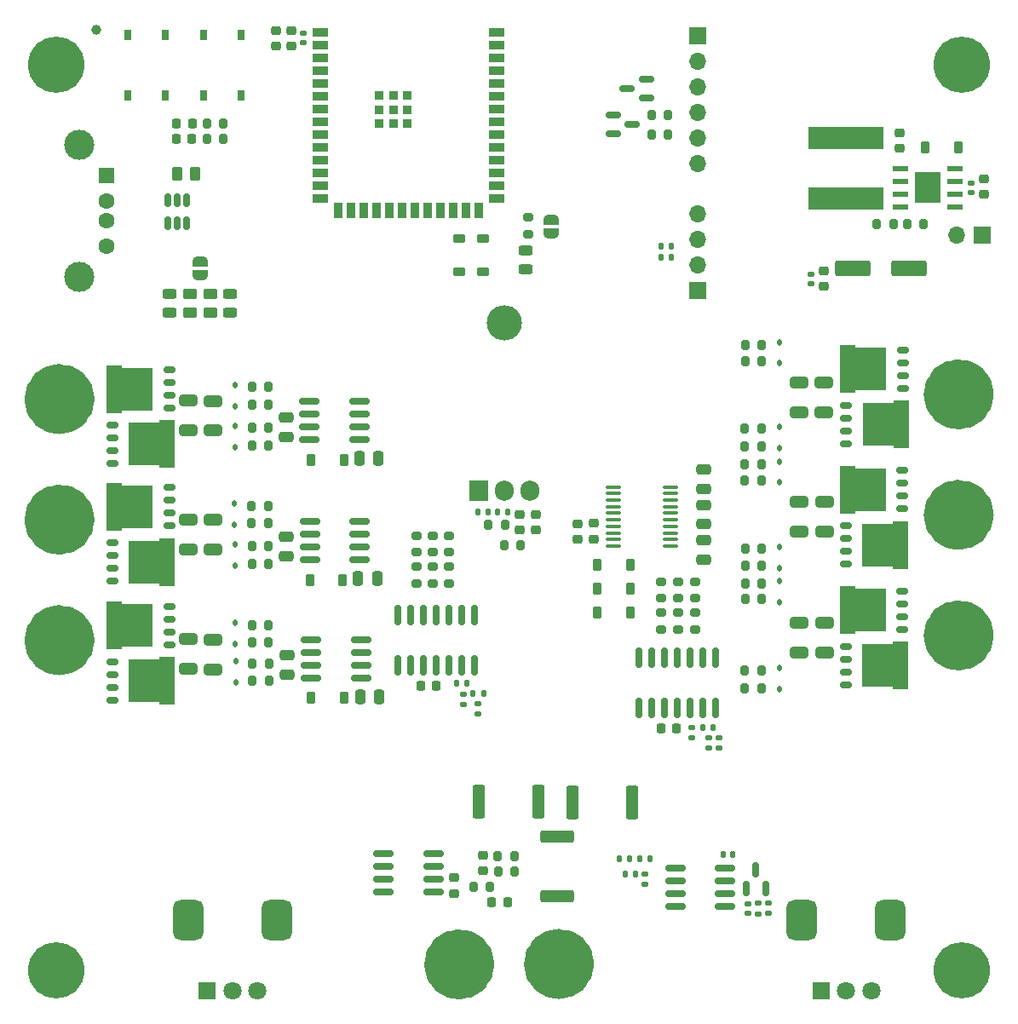
<source format=gbr>
%TF.GenerationSoftware,KiCad,Pcbnew,7.0.1*%
%TF.CreationDate,2023-07-30T21:13:22+03:00*%
%TF.ProjectId,ESP32_dual_ESC,45535033-325f-4647-9561-6c5f4553432e,rev?*%
%TF.SameCoordinates,Original*%
%TF.FileFunction,Soldermask,Top*%
%TF.FilePolarity,Negative*%
%FSLAX46Y46*%
G04 Gerber Fmt 4.6, Leading zero omitted, Abs format (unit mm)*
G04 Created by KiCad (PCBNEW 7.0.1) date 2023-07-30 21:13:22*
%MOMM*%
%LPD*%
G01*
G04 APERTURE LIST*
G04 Aperture macros list*
%AMRoundRect*
0 Rectangle with rounded corners*
0 $1 Rounding radius*
0 $2 $3 $4 $5 $6 $7 $8 $9 X,Y pos of 4 corners*
0 Add a 4 corners polygon primitive as box body*
4,1,4,$2,$3,$4,$5,$6,$7,$8,$9,$2,$3,0*
0 Add four circle primitives for the rounded corners*
1,1,$1+$1,$2,$3*
1,1,$1+$1,$4,$5*
1,1,$1+$1,$6,$7*
1,1,$1+$1,$8,$9*
0 Add four rect primitives between the rounded corners*
20,1,$1+$1,$2,$3,$4,$5,0*
20,1,$1+$1,$4,$5,$6,$7,0*
20,1,$1+$1,$6,$7,$8,$9,0*
20,1,$1+$1,$8,$9,$2,$3,0*%
%AMFreePoly0*
4,1,19,0.500000,-0.750000,0.000000,-0.750000,0.000000,-0.744911,-0.071157,-0.744911,-0.207708,-0.704816,-0.327430,-0.627875,-0.420627,-0.520320,-0.479746,-0.390866,-0.500000,-0.250000,-0.500000,0.250000,-0.479746,0.390866,-0.420627,0.520320,-0.327430,0.627875,-0.207708,0.704816,-0.071157,0.744911,0.000000,0.744911,0.000000,0.750000,0.500000,0.750000,0.500000,-0.750000,0.500000,-0.750000,
$1*%
%AMFreePoly1*
4,1,19,0.000000,0.744911,0.071157,0.744911,0.207708,0.704816,0.327430,0.627875,0.420627,0.520320,0.479746,0.390866,0.500000,0.250000,0.500000,-0.250000,0.479746,-0.390866,0.420627,-0.520320,0.327430,-0.627875,0.207708,-0.704816,0.071157,-0.744911,0.000000,-0.744911,0.000000,-0.750000,-0.500000,-0.750000,-0.500000,0.750000,0.000000,0.750000,0.000000,0.744911,0.000000,0.744911,
$1*%
G04 Aperture macros list end*
%ADD10C,3.500500*%
%ADD11RoundRect,0.250000X0.250000X0.475000X-0.250000X0.475000X-0.250000X-0.475000X0.250000X-0.475000X0*%
%ADD12RoundRect,0.200000X-0.200000X-0.275000X0.200000X-0.275000X0.200000X0.275000X-0.200000X0.275000X0*%
%ADD13RoundRect,0.140000X-0.170000X0.140000X-0.170000X-0.140000X0.170000X-0.140000X0.170000X0.140000X0*%
%ADD14RoundRect,0.243750X-0.456250X0.243750X-0.456250X-0.243750X0.456250X-0.243750X0.456250X0.243750X0*%
%ADD15RoundRect,0.250000X0.475000X-0.250000X0.475000X0.250000X-0.475000X0.250000X-0.475000X-0.250000X0*%
%ADD16RoundRect,0.135000X0.185000X-0.135000X0.185000X0.135000X-0.185000X0.135000X-0.185000X-0.135000X0*%
%ADD17R,1.700000X1.700000*%
%ADD18O,1.700000X1.700000*%
%ADD19R,1.905000X2.000000*%
%ADD20O,1.905000X2.000000*%
%ADD21RoundRect,0.200000X0.275000X-0.200000X0.275000X0.200000X-0.275000X0.200000X-0.275000X-0.200000X0*%
%ADD22C,2.900000*%
%ADD23C,5.000000*%
%ADD24RoundRect,0.200000X0.200000X0.275000X-0.200000X0.275000X-0.200000X-0.275000X0.200000X-0.275000X0*%
%ADD25RoundRect,0.100000X-0.637500X-0.100000X0.637500X-0.100000X0.637500X0.100000X-0.637500X0.100000X0*%
%ADD26RoundRect,0.225000X0.250000X-0.225000X0.250000X0.225000X-0.250000X0.225000X-0.250000X-0.225000X0*%
%ADD27RoundRect,0.112500X0.112500X-0.187500X0.112500X0.187500X-0.112500X0.187500X-0.112500X-0.187500X0*%
%ADD28RoundRect,0.225000X0.225000X0.375000X-0.225000X0.375000X-0.225000X-0.375000X0.225000X-0.375000X0*%
%ADD29RoundRect,0.225000X-0.250000X0.225000X-0.250000X-0.225000X0.250000X-0.225000X0.250000X0.225000X0*%
%ADD30RoundRect,0.250000X-0.475000X0.250000X-0.475000X-0.250000X0.475000X-0.250000X0.475000X0.250000X0*%
%ADD31RoundRect,0.150000X0.150000X-0.587500X0.150000X0.587500X-0.150000X0.587500X-0.150000X-0.587500X0*%
%ADD32RoundRect,0.140000X0.170000X-0.140000X0.170000X0.140000X-0.170000X0.140000X-0.170000X-0.140000X0*%
%ADD33C,3.600000*%
%ADD34C,5.600000*%
%ADD35RoundRect,0.218750X0.218750X0.256250X-0.218750X0.256250X-0.218750X-0.256250X0.218750X-0.256250X0*%
%ADD36RoundRect,0.250000X-0.650000X0.325000X-0.650000X-0.325000X0.650000X-0.325000X0.650000X0.325000X0*%
%ADD37R,1.510000X4.710000*%
%ADD38R,3.100000X4.210000*%
%ADD39RoundRect,0.175000X-0.400000X0.175000X-0.400000X-0.175000X0.400000X-0.175000X0.400000X0.175000X0*%
%ADD40FreePoly0,270.000000*%
%ADD41FreePoly1,270.000000*%
%ADD42RoundRect,0.250000X-0.362500X-1.425000X0.362500X-1.425000X0.362500X1.425000X-0.362500X1.425000X0*%
%ADD43RoundRect,0.175000X0.400000X-0.175000X0.400000X0.175000X-0.400000X0.175000X-0.400000X-0.175000X0*%
%ADD44RoundRect,0.225000X-0.225000X-0.250000X0.225000X-0.250000X0.225000X0.250000X-0.225000X0.250000X0*%
%ADD45RoundRect,0.112500X-0.112500X0.187500X-0.112500X-0.187500X0.112500X-0.187500X0.112500X0.187500X0*%
%ADD46RoundRect,0.250000X0.450000X-0.262500X0.450000X0.262500X-0.450000X0.262500X-0.450000X-0.262500X0*%
%ADD47RoundRect,0.225000X-0.225000X-0.375000X0.225000X-0.375000X0.225000X0.375000X-0.225000X0.375000X0*%
%ADD48RoundRect,0.135000X0.135000X0.185000X-0.135000X0.185000X-0.135000X-0.185000X0.135000X-0.185000X0*%
%ADD49R,1.800000X1.800000*%
%ADD50C,1.800000*%
%ADD51RoundRect,0.750000X0.750000X-1.250000X0.750000X1.250000X-0.750000X1.250000X-0.750000X-1.250000X0*%
%ADD52RoundRect,0.250000X-1.500000X-0.550000X1.500000X-0.550000X1.500000X0.550000X-1.500000X0.550000X0*%
%ADD53RoundRect,0.250000X0.362500X1.425000X-0.362500X1.425000X-0.362500X-1.425000X0.362500X-1.425000X0*%
%ADD54O,3.500000X3.500000*%
%ADD55R,1.500000X1.600000*%
%ADD56C,1.600000*%
%ADD57C,3.000000*%
%ADD58R,1.550000X0.600000*%
%ADD59R,2.600000X3.100000*%
%ADD60RoundRect,0.135000X-0.185000X0.135000X-0.185000X-0.135000X0.185000X-0.135000X0.185000X0.135000X0*%
%ADD61R,0.700000X1.000000*%
%ADD62RoundRect,0.135000X-0.135000X-0.185000X0.135000X-0.185000X0.135000X0.185000X-0.135000X0.185000X0*%
%ADD63RoundRect,0.140000X0.140000X0.170000X-0.140000X0.170000X-0.140000X-0.170000X0.140000X-0.170000X0*%
%ADD64RoundRect,0.150000X0.825000X0.150000X-0.825000X0.150000X-0.825000X-0.150000X0.825000X-0.150000X0*%
%ADD65RoundRect,0.243750X0.456250X-0.243750X0.456250X0.243750X-0.456250X0.243750X-0.456250X-0.243750X0*%
%ADD66RoundRect,0.250000X0.650000X-0.325000X0.650000X0.325000X-0.650000X0.325000X-0.650000X-0.325000X0*%
%ADD67RoundRect,0.200000X-0.275000X0.200000X-0.275000X-0.200000X0.275000X-0.200000X0.275000X0.200000X0*%
%ADD68RoundRect,0.150000X-0.825000X-0.150000X0.825000X-0.150000X0.825000X0.150000X-0.825000X0.150000X0*%
%ADD69RoundRect,0.225000X0.225000X0.250000X-0.225000X0.250000X-0.225000X-0.250000X0.225000X-0.250000X0*%
%ADD70C,1.000000*%
%ADD71RoundRect,0.150000X0.150000X-0.512500X0.150000X0.512500X-0.150000X0.512500X-0.150000X-0.512500X0*%
%ADD72RoundRect,0.250000X0.262500X0.450000X-0.262500X0.450000X-0.262500X-0.450000X0.262500X-0.450000X0*%
%ADD73RoundRect,0.150000X0.150000X-0.825000X0.150000X0.825000X-0.150000X0.825000X-0.150000X-0.825000X0*%
%ADD74RoundRect,0.150000X-0.587500X-0.150000X0.587500X-0.150000X0.587500X0.150000X-0.587500X0.150000X0*%
%ADD75RoundRect,0.225000X-0.375000X0.225000X-0.375000X-0.225000X0.375000X-0.225000X0.375000X0.225000X0*%
%ADD76RoundRect,0.150000X0.587500X0.150000X-0.587500X0.150000X-0.587500X-0.150000X0.587500X-0.150000X0*%
%ADD77R,7.500000X2.200000*%
%ADD78RoundRect,0.250000X-1.425000X0.362500X-1.425000X-0.362500X1.425000X-0.362500X1.425000X0.362500X0*%
%ADD79FreePoly0,90.000000*%
%ADD80FreePoly1,90.000000*%
%ADD81R,1.500000X0.900000*%
%ADD82R,0.900000X1.500000*%
%ADD83R,0.900000X0.900000*%
G04 APERTURE END LIST*
D10*
X146450250Y-99720000D02*
G75*
G03*
X146450250Y-99720000I-1750250J0D01*
G01*
X146450250Y-87740000D02*
G75*
G03*
X146450250Y-87740000I-1750250J0D01*
G01*
X96810250Y-144390000D02*
G75*
G03*
X96810250Y-144390000I-1750250J0D01*
G01*
X106720250Y-144350000D02*
G75*
G03*
X106720250Y-144350000I-1750250J0D01*
G01*
X57078871Y-100195000D02*
G75*
G03*
X57078871Y-100195000I-1750250J0D01*
G01*
X57078871Y-88215000D02*
G75*
G03*
X57078871Y-88215000I-1750250J0D01*
G01*
X146450250Y-111700000D02*
G75*
G03*
X146450250Y-111700000I-1750250J0D01*
G01*
X57078871Y-112175000D02*
G75*
G03*
X57078871Y-112175000I-1750250J0D01*
G01*
D11*
%TO.C,C1*%
X87100000Y-117800000D03*
X85200000Y-117800000D03*
%TD*%
%TO.C,C5*%
X87050000Y-94130000D03*
X85150000Y-94130000D03*
%TD*%
D12*
%TO.C,R68*%
X139575000Y-70800000D03*
X141225000Y-70800000D03*
%TD*%
D13*
%TO.C,C9*%
X79600000Y-51860000D03*
X79600000Y-52820000D03*
%TD*%
D12*
%TO.C,R30*%
X123475000Y-84432500D03*
X125125000Y-84432500D03*
%TD*%
D14*
%TO.C,D25*%
X101640000Y-73432500D03*
X101640000Y-75307500D03*
%TD*%
D15*
%TO.C,C2*%
X77970000Y-115590000D03*
X77970000Y-113690000D03*
%TD*%
D16*
%TO.C,R67*%
X113530000Y-136400000D03*
X113530000Y-135380000D03*
%TD*%
D17*
%TO.C,J7*%
X118720000Y-52100000D03*
D18*
X118720000Y-54640000D03*
X118720000Y-57180000D03*
X118720000Y-59720000D03*
X118720000Y-62260000D03*
X118720000Y-64800000D03*
%TD*%
D19*
%TO.C,U8*%
X96980000Y-97280000D03*
D20*
X99520000Y-97280000D03*
X102060000Y-97280000D03*
%TD*%
D21*
%TO.C,R52*%
X116845000Y-111092500D03*
X116845000Y-109442500D03*
%TD*%
D22*
%TO.C,J11*%
X144688621Y-87755000D03*
D23*
X144688621Y-87755000D03*
%TD*%
D12*
%TO.C,R39*%
X123435000Y-115180000D03*
X125085000Y-115180000D03*
%TD*%
D24*
%TO.C,R5*%
X76105000Y-110660000D03*
X74455000Y-110660000D03*
%TD*%
D11*
%TO.C,C3*%
X86910000Y-106020000D03*
X85010000Y-106020000D03*
%TD*%
D25*
%TO.C,U11*%
X110367500Y-96965000D03*
X110367500Y-97615000D03*
X110367500Y-98265000D03*
X110367500Y-98915000D03*
X110367500Y-99565000D03*
X110367500Y-100215000D03*
X110367500Y-100865000D03*
X110367500Y-101515000D03*
X110367500Y-102165000D03*
X110367500Y-102815000D03*
X116092500Y-102815000D03*
X116092500Y-102165000D03*
X116092500Y-101515000D03*
X116092500Y-100865000D03*
X116092500Y-100215000D03*
X116092500Y-99565000D03*
X116092500Y-98915000D03*
X116092500Y-98265000D03*
X116092500Y-97615000D03*
X116092500Y-96965000D03*
%TD*%
D21*
%TO.C,R47*%
X115145000Y-108017500D03*
X115145000Y-106367500D03*
%TD*%
D26*
%TO.C,C11*%
X78340000Y-53155000D03*
X78340000Y-51605000D03*
%TD*%
D12*
%TO.C,R59*%
X74465000Y-112390000D03*
X76115000Y-112390000D03*
%TD*%
D27*
%TO.C,D9*%
X126910000Y-84660000D03*
X126910000Y-82560000D03*
%TD*%
D28*
%TO.C,D12*%
X112087500Y-107050000D03*
X108787500Y-107050000D03*
%TD*%
D21*
%TO.C,R53*%
X118525000Y-111102500D03*
X118525000Y-109452500D03*
%TD*%
D29*
%TO.C,C28*%
X131280000Y-75465000D03*
X131280000Y-77015000D03*
%TD*%
D12*
%TO.C,R31*%
X123435000Y-91170000D03*
X125085000Y-91170000D03*
%TD*%
D30*
%TO.C,C15*%
X119340000Y-98730000D03*
X119340000Y-100630000D03*
%TD*%
D31*
%TO.C,U9*%
X123600000Y-136870000D03*
X125500000Y-136870000D03*
X124550000Y-134995000D03*
%TD*%
D32*
%TO.C,C13*%
X123780000Y-139320000D03*
X123780000Y-138360000D03*
%TD*%
D12*
%TO.C,R45*%
X123435000Y-92900000D03*
X125085000Y-92900000D03*
%TD*%
D33*
%TO.C,H3*%
X145000000Y-145000000D03*
D34*
X145000000Y-145000000D03*
%TD*%
D29*
%TO.C,C29*%
X102650000Y-99705000D03*
X102650000Y-101255000D03*
%TD*%
D21*
%TO.C,R48*%
X116840000Y-108020000D03*
X116840000Y-106370000D03*
%TD*%
D35*
%TO.C,D6*%
X99837500Y-138230000D03*
X98262500Y-138230000D03*
%TD*%
D36*
%TO.C,C70*%
X131370000Y-110480000D03*
X131370000Y-113430000D03*
%TD*%
D29*
%TO.C,C26*%
X147240000Y-66350000D03*
X147240000Y-67900000D03*
%TD*%
D37*
%TO.C,Q8*%
X138958621Y-90755000D03*
D38*
X136672621Y-90755000D03*
D39*
X133508621Y-88855000D03*
X133508621Y-90125000D03*
X133508621Y-91395000D03*
X133508621Y-92665000D03*
%TD*%
D40*
%TO.C,JP1*%
X69290000Y-74580000D03*
D41*
X69290000Y-75880000D03*
%TD*%
D21*
%TO.C,R49*%
X118520000Y-108030000D03*
X118520000Y-106380000D03*
%TD*%
D42*
%TO.C,R41*%
X106337500Y-128320000D03*
X112262500Y-128320000D03*
%TD*%
D37*
%TO.C,Q6*%
X60798621Y-87205000D03*
D38*
X63084621Y-87205000D03*
D43*
X66248621Y-89105000D03*
X66248621Y-87835000D03*
X66248621Y-86565000D03*
X66248621Y-85295000D03*
%TD*%
D44*
%TO.C,C21*%
X91205000Y-116720000D03*
X92755000Y-116720000D03*
%TD*%
D45*
%TO.C,D18*%
X72760000Y-102660000D03*
X72760000Y-104760000D03*
%TD*%
D24*
%TO.C,R42*%
X76165000Y-114470000D03*
X74515000Y-114470000D03*
%TD*%
%TO.C,R27*%
X138200000Y-70810000D03*
X136550000Y-70810000D03*
%TD*%
D46*
%TO.C,R22*%
X68320000Y-79627500D03*
X68320000Y-77802500D03*
%TD*%
D27*
%TO.C,D19*%
X72720000Y-100730000D03*
X72720000Y-98630000D03*
%TD*%
D37*
%TO.C,Q1*%
X66018621Y-116205000D03*
D38*
X63732621Y-116205000D03*
D39*
X60568621Y-114305000D03*
X60568621Y-115575000D03*
X60568621Y-116845000D03*
X60568621Y-118115000D03*
%TD*%
D12*
%TO.C,R61*%
X74430000Y-100570000D03*
X76080000Y-100570000D03*
%TD*%
%TO.C,R54*%
X123485000Y-106552500D03*
X125135000Y-106552500D03*
%TD*%
D24*
%TO.C,R7*%
X76090000Y-102840000D03*
X74440000Y-102840000D03*
%TD*%
D27*
%TO.C,D21*%
X72770000Y-88910000D03*
X72770000Y-86810000D03*
%TD*%
D37*
%TO.C,Q5*%
X66018621Y-92705000D03*
D38*
X63732621Y-92705000D03*
D39*
X60568621Y-90805000D03*
X60568621Y-92075000D03*
X60568621Y-93345000D03*
X60568621Y-94615000D03*
%TD*%
D17*
%TO.C,J4*%
X147010000Y-71910000D03*
D18*
X144470000Y-71910000D03*
%TD*%
D17*
%TO.C,J10*%
X118760000Y-77420000D03*
D18*
X118760000Y-74880000D03*
X118760000Y-72340000D03*
X118760000Y-69800000D03*
%TD*%
D47*
%TO.C,D3*%
X80310000Y-94290000D03*
X83610000Y-94290000D03*
%TD*%
D37*
%TO.C,Q2*%
X60798621Y-110705000D03*
D38*
X63084621Y-110705000D03*
D43*
X66248621Y-112605000D03*
X66248621Y-111335000D03*
X66248621Y-110065000D03*
X66248621Y-108795000D03*
%TD*%
D48*
%TO.C,R6*%
X97470000Y-117510000D03*
X96450000Y-117510000D03*
%TD*%
D49*
%TO.C,RV2*%
X131000000Y-147000000D03*
D50*
X133500000Y-147000000D03*
X136000000Y-147000000D03*
D51*
X129100000Y-140000000D03*
X137900000Y-140000000D03*
%TD*%
D33*
%TO.C,H2*%
X145000000Y-55000000D03*
D34*
X145000000Y-55000000D03*
%TD*%
D24*
%TO.C,R12*%
X76105000Y-91070000D03*
X74455000Y-91070000D03*
%TD*%
D28*
%TO.C,D23*%
X144650000Y-63170000D03*
X141350000Y-63170000D03*
%TD*%
D24*
%TO.C,R36*%
X71615000Y-62390000D03*
X69965000Y-62390000D03*
%TD*%
D28*
%TO.C,D13*%
X112062500Y-109470000D03*
X108762500Y-109470000D03*
%TD*%
D27*
%TO.C,D8*%
X126880000Y-96510000D03*
X126880000Y-94410000D03*
%TD*%
D52*
%TO.C,C23*%
X134190000Y-75260000D03*
X139790000Y-75260000D03*
%TD*%
D53*
%TO.C,R3*%
X102962500Y-128260000D03*
X97037500Y-128260000D03*
%TD*%
D54*
%TO.C,*%
X99530000Y-80620000D03*
%TD*%
D24*
%TO.C,R8*%
X76075000Y-98820000D03*
X74425000Y-98820000D03*
%TD*%
D27*
%TO.C,D7*%
X126920000Y-108372500D03*
X126920000Y-106272500D03*
%TD*%
D55*
%TO.C,J5*%
X60000000Y-66000000D03*
D56*
X60000000Y-68500000D03*
X60000000Y-70500000D03*
X60000000Y-73000000D03*
D57*
X57290000Y-62930000D03*
X57290000Y-76070000D03*
%TD*%
D21*
%TO.C,R51*%
X115150000Y-111090000D03*
X115150000Y-109440000D03*
%TD*%
D37*
%TO.C,Q7*%
X133688621Y-85255000D03*
D38*
X135974621Y-85255000D03*
D43*
X139138621Y-87155000D03*
X139138621Y-85885000D03*
X139138621Y-84615000D03*
X139138621Y-83345000D03*
%TD*%
D58*
%TO.C,U5*%
X138920000Y-65290000D03*
X138920000Y-66560000D03*
X138920000Y-67830000D03*
X138920000Y-69100000D03*
X144320000Y-69100000D03*
X144320000Y-67830000D03*
X144320000Y-66560000D03*
X144320000Y-65290000D03*
D59*
X141620000Y-67195000D03*
%TD*%
D60*
%TO.C,R4*%
X96950000Y-118470000D03*
X96950000Y-119490000D03*
%TD*%
D24*
%TO.C,R16*%
X76105000Y-86990000D03*
X74455000Y-86990000D03*
%TD*%
D36*
%TO.C,C67*%
X128850000Y-86560000D03*
X128850000Y-89510000D03*
%TD*%
D32*
%TO.C,C27*%
X130040000Y-76735000D03*
X130040000Y-75775000D03*
%TD*%
D36*
%TO.C,C71*%
X128830000Y-110455000D03*
X128830000Y-113405000D03*
%TD*%
D60*
%TO.C,R25*%
X118180000Y-120850000D03*
X118180000Y-121870000D03*
%TD*%
D61*
%TO.C,SW1*%
X62150000Y-58000000D03*
X62150000Y-52000000D03*
X65850000Y-58000000D03*
X65850000Y-52000000D03*
%TD*%
D36*
%TO.C,C69*%
X128830000Y-98415000D03*
X128830000Y-101365000D03*
%TD*%
D12*
%TO.C,R55*%
X123435000Y-116940000D03*
X125085000Y-116940000D03*
%TD*%
D15*
%TO.C,C6*%
X77880000Y-91970000D03*
X77880000Y-90070000D03*
%TD*%
D62*
%TO.C,R64*%
X110970000Y-133900000D03*
X111990000Y-133900000D03*
%TD*%
D63*
%TO.C,C78*%
X122250000Y-133480000D03*
X121290000Y-133480000D03*
%TD*%
D64*
%TO.C,U3*%
X85149975Y-104165000D03*
X85149975Y-102895000D03*
X85149975Y-101625000D03*
X85149975Y-100355000D03*
X80199975Y-100355000D03*
X80199975Y-101625000D03*
X80199975Y-102895000D03*
X80199975Y-104165000D03*
%TD*%
D62*
%TO.C,R66*%
X111540000Y-135400000D03*
X112560000Y-135400000D03*
%TD*%
D15*
%TO.C,C4*%
X77840000Y-103820000D03*
X77840000Y-101920000D03*
%TD*%
D12*
%TO.C,R50*%
X123465000Y-104792500D03*
X125115000Y-104792500D03*
%TD*%
%TO.C,R29*%
X123435000Y-96342500D03*
X125085000Y-96342500D03*
%TD*%
D36*
%TO.C,C68*%
X131370000Y-98440000D03*
X131370000Y-101390000D03*
%TD*%
D37*
%TO.C,Q3*%
X66018621Y-104405000D03*
D38*
X63732621Y-104405000D03*
D39*
X60568621Y-102505000D03*
X60568621Y-103775000D03*
X60568621Y-105045000D03*
X60568621Y-106315000D03*
%TD*%
D29*
%TO.C,C12*%
X101100000Y-99705000D03*
X101100000Y-101255000D03*
%TD*%
D65*
%TO.C,D4*%
X66285000Y-79660000D03*
X66285000Y-77785000D03*
%TD*%
D61*
%TO.C,SW3*%
X69650000Y-58000000D03*
X69650000Y-52000000D03*
X73350000Y-58000000D03*
X73350000Y-52000000D03*
%TD*%
D65*
%TO.C,D5*%
X72310000Y-79650000D03*
X72310000Y-77775000D03*
%TD*%
D45*
%TO.C,D20*%
X72770000Y-90880000D03*
X72770000Y-92980000D03*
%TD*%
D47*
%TO.C,D1*%
X80340000Y-117920000D03*
X83640000Y-117920000D03*
%TD*%
D62*
%TO.C,R65*%
X113010000Y-133900000D03*
X114030000Y-133900000D03*
%TD*%
D64*
%TO.C,U4*%
X85110000Y-92250000D03*
X85110000Y-90980000D03*
X85110000Y-89710000D03*
X85110000Y-88440000D03*
X80160000Y-88440000D03*
X80160000Y-89710000D03*
X80160000Y-90980000D03*
X80160000Y-92250000D03*
%TD*%
D66*
%TO.C,C75*%
X70550000Y-103175000D03*
X70550000Y-100225000D03*
%TD*%
D29*
%TO.C,C22*%
X106840000Y-100600000D03*
X106840000Y-102150000D03*
%TD*%
%TO.C,C25*%
X97450000Y-133575000D03*
X97450000Y-135125000D03*
%TD*%
D12*
%TO.C,R63*%
X74465000Y-88730000D03*
X76115000Y-88730000D03*
%TD*%
D37*
%TO.C,Q12*%
X138940000Y-114690000D03*
D38*
X136654000Y-114690000D03*
D39*
X133490000Y-112790000D03*
X133490000Y-114060000D03*
X133490000Y-115330000D03*
X133490000Y-116600000D03*
%TD*%
D32*
%TO.C,C24*%
X145960000Y-67690000D03*
X145960000Y-66730000D03*
%TD*%
D12*
%TO.C,R38*%
X69965000Y-60870000D03*
X71615000Y-60870000D03*
%TD*%
D49*
%TO.C,RV1*%
X70000000Y-147000000D03*
D50*
X72500000Y-147000000D03*
X75000000Y-147000000D03*
D51*
X68100000Y-140000000D03*
X76900000Y-140000000D03*
%TD*%
D33*
%TO.C,H1*%
X55000000Y-55000000D03*
D34*
X55000000Y-55000000D03*
%TD*%
D22*
%TO.C,J1*%
X55258621Y-112205000D03*
D23*
X55258621Y-112205000D03*
%TD*%
D37*
%TO.C,Q9*%
X133640000Y-97200000D03*
D38*
X135926000Y-97200000D03*
D43*
X139090000Y-99100000D03*
X139090000Y-97830000D03*
X139090000Y-96560000D03*
X139090000Y-95290000D03*
%TD*%
D30*
%TO.C,C16*%
X119360000Y-102240000D03*
X119360000Y-104140000D03*
%TD*%
D45*
%TO.C,D14*%
X126910000Y-102902500D03*
X126910000Y-105002500D03*
%TD*%
D24*
%TO.C,R71*%
X101185000Y-102740000D03*
X99535000Y-102740000D03*
%TD*%
D47*
%TO.C,D2*%
X80194975Y-106180000D03*
X83494975Y-106180000D03*
%TD*%
D67*
%TO.C,R69*%
X101880000Y-70170000D03*
X101880000Y-71820000D03*
%TD*%
D68*
%TO.C,U12*%
X87535000Y-133425000D03*
X87535000Y-134695000D03*
X87535000Y-135965000D03*
X87535000Y-137235000D03*
X92485000Y-137235000D03*
X92485000Y-135965000D03*
X92485000Y-134695000D03*
X92485000Y-133425000D03*
%TD*%
D16*
%TO.C,R35*%
X124780000Y-139360000D03*
X124780000Y-138340000D03*
%TD*%
D46*
%TO.C,R23*%
X70300000Y-79625000D03*
X70300000Y-77800000D03*
%TD*%
D64*
%TO.C,U2*%
X85290000Y-115910000D03*
X85290000Y-114640000D03*
X85290000Y-113370000D03*
X85290000Y-112100000D03*
X80340000Y-112100000D03*
X80340000Y-113370000D03*
X80340000Y-114640000D03*
X80340000Y-115910000D03*
%TD*%
D21*
%TO.C,R15*%
X90810000Y-106535000D03*
X90810000Y-104885000D03*
%TD*%
D24*
%TO.C,R57*%
X100555000Y-133605000D03*
X98905000Y-133605000D03*
%TD*%
%TO.C,R70*%
X99615000Y-100750000D03*
X97965000Y-100750000D03*
%TD*%
D37*
%TO.C,Q4*%
X60798621Y-98905000D03*
D38*
X63084621Y-98905000D03*
D43*
X66248621Y-100805000D03*
X66248621Y-99535000D03*
X66248621Y-98265000D03*
X66248621Y-96995000D03*
%TD*%
D30*
%TO.C,C19*%
X119340000Y-95240000D03*
X119340000Y-97140000D03*
%TD*%
D22*
%TO.C,J2*%
X55258621Y-100205000D03*
D23*
X55258621Y-100205000D03*
%TD*%
D69*
%TO.C,C17*%
X68525000Y-60850000D03*
X66975000Y-60850000D03*
%TD*%
D48*
%TO.C,R21*%
X99850000Y-99480000D03*
X98830000Y-99480000D03*
%TD*%
D24*
%TO.C,R19*%
X115797500Y-59990000D03*
X114147500Y-59990000D03*
%TD*%
D21*
%TO.C,R14*%
X94040000Y-106535000D03*
X94040000Y-104885000D03*
%TD*%
D22*
%TO.C,J12*%
X144640000Y-99700000D03*
D23*
X144640000Y-99700000D03*
%TD*%
D22*
%TO.C,J13*%
X144670000Y-111690000D03*
D23*
X144670000Y-111690000D03*
%TD*%
D62*
%TO.C,R32*%
X115100000Y-73010000D03*
X116120000Y-73010000D03*
%TD*%
D60*
%TO.C,R1*%
X95470000Y-117550000D03*
X95470000Y-118570000D03*
%TD*%
D66*
%TO.C,C72*%
X68140000Y-91320000D03*
X68140000Y-88370000D03*
%TD*%
D26*
%TO.C,C10*%
X76810000Y-53155000D03*
X76810000Y-51605000D03*
%TD*%
D62*
%TO.C,R33*%
X115090000Y-74120000D03*
X116110000Y-74120000D03*
%TD*%
D12*
%TO.C,R62*%
X74445000Y-92810000D03*
X76095000Y-92810000D03*
%TD*%
D66*
%TO.C,C74*%
X68110000Y-103150000D03*
X68110000Y-100200000D03*
%TD*%
D70*
%TO.C,FID1*%
X59000000Y-51500000D03*
%TD*%
D71*
%TO.C,U7*%
X66060000Y-70697500D03*
X67010000Y-70697500D03*
X67960000Y-70697500D03*
X67960000Y-68422500D03*
X67010000Y-68422500D03*
X66060000Y-68422500D03*
%TD*%
D48*
%TO.C,R44*%
X120320000Y-120880000D03*
X119300000Y-120880000D03*
%TD*%
D72*
%TO.C,FB1*%
X68812500Y-65820000D03*
X66987500Y-65820000D03*
%TD*%
D73*
%TO.C,U1*%
X88965000Y-114665000D03*
X90235000Y-114665000D03*
X91505000Y-114665000D03*
X92775000Y-114665000D03*
X94045000Y-114665000D03*
X95315000Y-114665000D03*
X96585000Y-114665000D03*
X96585000Y-109715000D03*
X95315000Y-109715000D03*
X94045000Y-109715000D03*
X92775000Y-109715000D03*
X91505000Y-109715000D03*
X90235000Y-109715000D03*
X88965000Y-109715000D03*
%TD*%
D74*
%TO.C,Q21*%
X110395000Y-59980000D03*
X110395000Y-61880000D03*
X112270000Y-60930000D03*
%TD*%
D28*
%TO.C,D11*%
X112080000Y-104650000D03*
X108780000Y-104650000D03*
%TD*%
D66*
%TO.C,C76*%
X68140000Y-115040000D03*
X68140000Y-112090000D03*
%TD*%
D73*
%TO.C,U10*%
X112960000Y-118905000D03*
X114230000Y-118905000D03*
X115500000Y-118905000D03*
X116770000Y-118905000D03*
X118040000Y-118905000D03*
X119310000Y-118905000D03*
X120580000Y-118905000D03*
X120580000Y-113955000D03*
X119310000Y-113955000D03*
X118040000Y-113955000D03*
X116770000Y-113955000D03*
X115500000Y-113955000D03*
X114230000Y-113955000D03*
X112960000Y-113955000D03*
%TD*%
D12*
%TO.C,R28*%
X123495000Y-108112500D03*
X125145000Y-108112500D03*
%TD*%
D75*
%TO.C,D24*%
X97450000Y-72250000D03*
X97450000Y-75550000D03*
%TD*%
D12*
%TO.C,R24*%
X96465000Y-136710000D03*
X98115000Y-136710000D03*
%TD*%
D27*
%TO.C,D17*%
X72800000Y-112570000D03*
X72800000Y-110470000D03*
%TD*%
D62*
%TO.C,R20*%
X96900000Y-99480000D03*
X97920000Y-99480000D03*
%TD*%
D44*
%TO.C,C7*%
X115105000Y-120960000D03*
X116655000Y-120960000D03*
%TD*%
D48*
%TO.C,R2*%
X95840000Y-116470000D03*
X94820000Y-116470000D03*
%TD*%
D37*
%TO.C,Q11*%
X133670000Y-109190000D03*
D38*
X135956000Y-109190000D03*
D43*
X139120000Y-111090000D03*
X139120000Y-109820000D03*
X139120000Y-108550000D03*
X139120000Y-107280000D03*
%TD*%
D76*
%TO.C,Q20*%
X113645000Y-58330000D03*
X113645000Y-56430000D03*
X111770000Y-57380000D03*
%TD*%
D24*
%TO.C,R18*%
X115820000Y-61900000D03*
X114170000Y-61900000D03*
%TD*%
D77*
%TO.C,L1*%
X133470000Y-68280000D03*
X133470000Y-62280000D03*
%TD*%
D78*
%TO.C,R56*%
X104780000Y-131710000D03*
X104780000Y-137635000D03*
%TD*%
D21*
%TO.C,R11*%
X90810000Y-103430000D03*
X90810000Y-101780000D03*
%TD*%
D66*
%TO.C,C77*%
X70580000Y-115065000D03*
X70580000Y-112115000D03*
%TD*%
D79*
%TO.C,JP2*%
X104230000Y-71740000D03*
D80*
X104230000Y-70440000D03*
%TD*%
D16*
%TO.C,R40*%
X120880000Y-122880000D03*
X120880000Y-121860000D03*
%TD*%
D21*
%TO.C,R9*%
X92460000Y-103450000D03*
X92460000Y-101800000D03*
%TD*%
%TO.C,R13*%
X92435000Y-106535000D03*
X92435000Y-104885000D03*
%TD*%
D44*
%TO.C,C14*%
X66960000Y-62390000D03*
X68510000Y-62390000D03*
%TD*%
D60*
%TO.C,R26*%
X119830000Y-121860000D03*
X119830000Y-122880000D03*
%TD*%
D12*
%TO.C,R46*%
X123445000Y-94680000D03*
X125095000Y-94680000D03*
%TD*%
D75*
%TO.C,D22*%
X95070000Y-72240000D03*
X95070000Y-75540000D03*
%TD*%
D29*
%TO.C,C8*%
X138850000Y-61775000D03*
X138850000Y-63325000D03*
%TD*%
D66*
%TO.C,C73*%
X70580000Y-91345000D03*
X70580000Y-88395000D03*
%TD*%
D12*
%TO.C,R60*%
X74445000Y-104570000D03*
X76095000Y-104570000D03*
%TD*%
D45*
%TO.C,D16*%
X72840000Y-114280000D03*
X72840000Y-116380000D03*
%TD*%
%TO.C,D15*%
X126880000Y-114960000D03*
X126880000Y-117060000D03*
%TD*%
D12*
%TO.C,R37*%
X123465000Y-103072500D03*
X125115000Y-103072500D03*
%TD*%
D29*
%TO.C,C20*%
X108420000Y-100570000D03*
X108420000Y-102120000D03*
%TD*%
D33*
%TO.C,H4*%
X55000000Y-145000000D03*
D34*
X55000000Y-145000000D03*
%TD*%
D22*
%TO.C,J15*%
X104960000Y-144360000D03*
D23*
X104960000Y-144360000D03*
%TD*%
D21*
%TO.C,R10*%
X94020000Y-103440000D03*
X94020000Y-101790000D03*
%TD*%
D45*
%TO.C,D10*%
X126880000Y-90960000D03*
X126880000Y-93060000D03*
%TD*%
D22*
%TO.C,J3*%
X55258621Y-88205000D03*
D23*
X55258621Y-88205000D03*
%TD*%
D12*
%TO.C,R17*%
X74510000Y-116190000D03*
X76160000Y-116190000D03*
%TD*%
D36*
%TO.C,C66*%
X131320000Y-86555000D03*
X131320000Y-89505000D03*
%TD*%
D22*
%TO.C,J14*%
X94960000Y-144360000D03*
D23*
X94960000Y-144360000D03*
%TD*%
D12*
%TO.C,R43*%
X123465000Y-82822500D03*
X125115000Y-82822500D03*
%TD*%
D24*
%TO.C,R58*%
X100565000Y-135155000D03*
X98915000Y-135155000D03*
%TD*%
D68*
%TO.C,U13*%
X116560000Y-134810000D03*
X116560000Y-136080000D03*
X116560000Y-137350000D03*
X116560000Y-138620000D03*
X121510000Y-138620000D03*
X121510000Y-137350000D03*
X121510000Y-136080000D03*
X121510000Y-134810000D03*
%TD*%
D26*
%TO.C,C18*%
X94520000Y-137345000D03*
X94520000Y-135795000D03*
%TD*%
D37*
%TO.C,Q10*%
X138910000Y-102700000D03*
D38*
X136624000Y-102700000D03*
D39*
X133460000Y-100800000D03*
X133460000Y-102070000D03*
X133460000Y-103340000D03*
X133460000Y-104610000D03*
%TD*%
D60*
%TO.C,R34*%
X125770000Y-138337500D03*
X125770000Y-139357500D03*
%TD*%
D81*
%TO.C,U6*%
X81250000Y-51740000D03*
X81250000Y-53010000D03*
X81250000Y-54280000D03*
X81250000Y-55550000D03*
X81250000Y-56820000D03*
X81250000Y-58090000D03*
X81250000Y-59360000D03*
X81250000Y-60630000D03*
X81250000Y-61900000D03*
X81250000Y-63170000D03*
X81250000Y-64440000D03*
X81250000Y-65710000D03*
X81250000Y-66980000D03*
X81250000Y-68250000D03*
D82*
X83015000Y-69500000D03*
X84285000Y-69500000D03*
X85555000Y-69500000D03*
X86825000Y-69500000D03*
X88095000Y-69500000D03*
X89365000Y-69500000D03*
X90635000Y-69500000D03*
X91905000Y-69500000D03*
X93175000Y-69500000D03*
X94445000Y-69500000D03*
X95715000Y-69500000D03*
X96985000Y-69500000D03*
D81*
X98750000Y-68250000D03*
X98750000Y-66980000D03*
X98750000Y-65710000D03*
X98750000Y-64440000D03*
X98750000Y-63170000D03*
X98750000Y-61900000D03*
X98750000Y-60630000D03*
X98750000Y-59360000D03*
X98750000Y-58090000D03*
X98750000Y-56820000D03*
X98750000Y-55550000D03*
X98750000Y-54280000D03*
X98750000Y-53010000D03*
X98750000Y-51740000D03*
D83*
X87100000Y-58060000D03*
X87100000Y-59460000D03*
X87100000Y-60860000D03*
X87100000Y-60860000D03*
X88500000Y-58060000D03*
X88500000Y-58060000D03*
X88500000Y-59460000D03*
X88500000Y-60860000D03*
X89900000Y-58060000D03*
X89900000Y-59460000D03*
X89900000Y-60860000D03*
%TD*%
M02*

</source>
